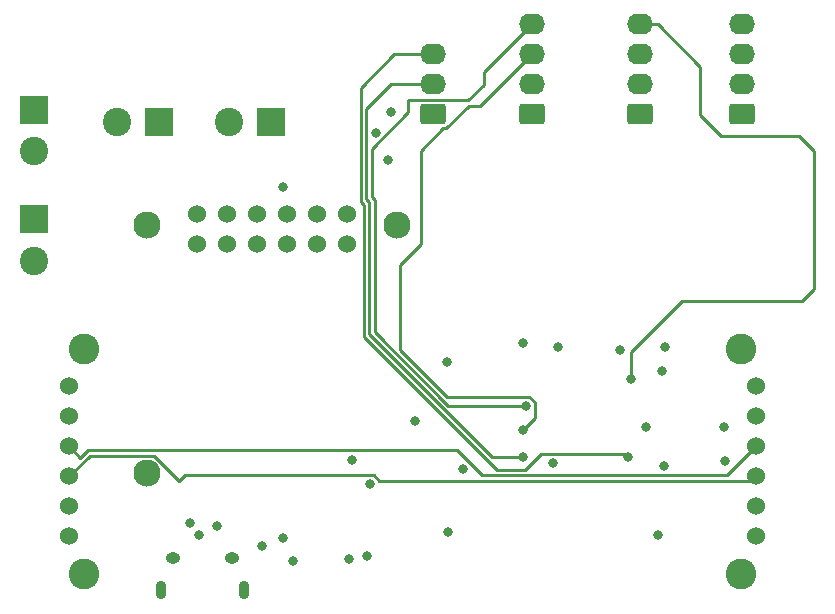
<source format=gbr>
%TF.GenerationSoftware,KiCad,Pcbnew,(6.0.0-0)*%
%TF.CreationDate,2022-12-05T13:27:29-05:00*%
%TF.ProjectId,Body_Servos,426f6479-5f53-4657-9276-6f732e6b6963,rev?*%
%TF.SameCoordinates,Original*%
%TF.FileFunction,Copper,L3,Inr*%
%TF.FilePolarity,Positive*%
%FSLAX46Y46*%
G04 Gerber Fmt 4.6, Leading zero omitted, Abs format (unit mm)*
G04 Created by KiCad (PCBNEW (6.0.0-0)) date 2022-12-05 13:27:29*
%MOMM*%
%LPD*%
G01*
G04 APERTURE LIST*
G04 Aperture macros list*
%AMRoundRect*
0 Rectangle with rounded corners*
0 $1 Rounding radius*
0 $2 $3 $4 $5 $6 $7 $8 $9 X,Y pos of 4 corners*
0 Add a 4 corners polygon primitive as box body*
4,1,4,$2,$3,$4,$5,$6,$7,$8,$9,$2,$3,0*
0 Add four circle primitives for the rounded corners*
1,1,$1+$1,$2,$3*
1,1,$1+$1,$4,$5*
1,1,$1+$1,$6,$7*
1,1,$1+$1,$8,$9*
0 Add four rect primitives between the rounded corners*
20,1,$1+$1,$2,$3,$4,$5,0*
20,1,$1+$1,$4,$5,$6,$7,0*
20,1,$1+$1,$6,$7,$8,$9,0*
20,1,$1+$1,$8,$9,$2,$3,0*%
G04 Aperture macros list end*
%TA.AperFunction,ComponentPad*%
%ADD10R,2.400000X2.400000*%
%TD*%
%TA.AperFunction,ComponentPad*%
%ADD11C,2.400000*%
%TD*%
%TA.AperFunction,ComponentPad*%
%ADD12RoundRect,0.250000X0.845000X-0.620000X0.845000X0.620000X-0.845000X0.620000X-0.845000X-0.620000X0*%
%TD*%
%TA.AperFunction,ComponentPad*%
%ADD13O,2.190000X1.740000*%
%TD*%
%TA.AperFunction,ComponentPad*%
%ADD14O,0.890000X1.550000*%
%TD*%
%TA.AperFunction,ComponentPad*%
%ADD15O,1.250000X0.950000*%
%TD*%
%TA.AperFunction,ComponentPad*%
%ADD16C,1.524000*%
%TD*%
%TA.AperFunction,ComponentPad*%
%ADD17C,2.600000*%
%TD*%
%TA.AperFunction,ComponentPad*%
%ADD18C,2.300000*%
%TD*%
%TA.AperFunction,ViaPad*%
%ADD19C,0.800000*%
%TD*%
%TA.AperFunction,Conductor*%
%ADD20C,0.250000*%
%TD*%
%TA.AperFunction,Conductor*%
%ADD21C,0.254000*%
%TD*%
G04 APERTURE END LIST*
D10*
%TO.N,GND*%
%TO.C,J5*%
X66273333Y-93390000D03*
D11*
%TO.N,+12V*%
X66273333Y-96890000D03*
%TD*%
D12*
%TO.N,GND*%
%TO.C,J3*%
X108404000Y-93766000D03*
D13*
%TO.N,+5V*%
X108404000Y-91226000D03*
%TO.N,AUX1-1*%
X108404000Y-88686000D03*
%TO.N,AUX1-2*%
X108404000Y-86146000D03*
%TD*%
D14*
%TO.N,unconnected-(J1-Pad6)*%
%TO.C,J1*%
X77020000Y-134060000D03*
X84020000Y-134060000D03*
D15*
X78020000Y-131360000D03*
X83020000Y-131360000D03*
%TD*%
D10*
%TO.N,GND*%
%TO.C,J8*%
X86298000Y-94410000D03*
D11*
%TO.N,+5V*%
X82798000Y-94410000D03*
%TD*%
D12*
%TO.N,GND*%
%TO.C,J2*%
X126208000Y-93766000D03*
D13*
%TO.N,+5V*%
X126208000Y-91226000D03*
%TO.N,AUX3-1*%
X126208000Y-88686000D03*
%TO.N,AUX3-2*%
X126208000Y-86146000D03*
%TD*%
D16*
%TO.N,GND*%
%TO.C,U7*%
X69247000Y-116800000D03*
%TO.N,unconnected-(U7-Pad2)*%
X69247000Y-119340000D03*
%TO.N,SCL*%
X69247000Y-121880000D03*
%TO.N,SDA*%
X69247000Y-124420000D03*
%TO.N,+3.3V*%
X69247000Y-126960000D03*
%TO.N,+5V*%
X69247000Y-129500000D03*
%TO.N,GND*%
X127413000Y-116800000D03*
%TO.N,unconnected-(U7-Pad8)*%
X127413000Y-119340000D03*
%TO.N,SCL*%
X127413000Y-121880000D03*
%TO.N,SDA*%
X127413000Y-124420000D03*
%TO.N,+3.3V*%
X127413000Y-126960000D03*
%TO.N,+5V*%
X127413000Y-129500000D03*
D17*
%TO.N,N/C*%
X70517000Y-113625000D03*
X126143000Y-113625000D03*
X126143000Y-132675000D03*
X70517000Y-132675000D03*
%TD*%
D16*
%TO.N,+5V*%
%TO.C,U6*%
X92765000Y-102235000D03*
%TO.N,GND*%
X90225000Y-102235000D03*
X87685000Y-102235000D03*
%TO.N,+12V*%
X85145000Y-102235000D03*
%TO.N,unconnected-(U6-Pad5)*%
X82605000Y-102235000D03*
%TO.N,unconnected-(U6-Pad6)*%
X80065000Y-102235000D03*
%TO.N,unconnected-(U6-Pad7)*%
X80065000Y-104775000D03*
%TO.N,unconnected-(U6-Pad8)*%
X82605000Y-104775000D03*
%TO.N,+12V*%
X85145000Y-104775000D03*
%TO.N,GND*%
X87685000Y-104775000D03*
X90225000Y-104775000D03*
%TO.N,+5V*%
X92765000Y-104775000D03*
D18*
%TO.N,N/C*%
X97015000Y-103165000D03*
X75815000Y-103165000D03*
X75815000Y-124165000D03*
%TD*%
D10*
%TO.N,GND*%
%TO.C,J6*%
X66273333Y-102650000D03*
D11*
%TO.N,+12V*%
X66273333Y-106150000D03*
%TD*%
D12*
%TO.N,GND*%
%TO.C,J4*%
X117554000Y-93766000D03*
D13*
%TO.N,+5V*%
X117554000Y-91226000D03*
%TO.N,AUX2-1*%
X117554000Y-88686000D03*
%TO.N,AUX2-2*%
X117554000Y-86146000D03*
%TD*%
D12*
%TO.N,GND*%
%TO.C,J12*%
X100028000Y-93766000D03*
D13*
%TO.N,RX_FU*%
X100028000Y-91226000D03*
%TO.N,TX_FU*%
X100028000Y-88686000D03*
%TD*%
D10*
%TO.N,GND*%
%TO.C,J7*%
X76834666Y-94410000D03*
D11*
%TO.N,+5V*%
X73334666Y-94410000D03*
%TD*%
D19*
%TO.N,RX_FU*%
X107666000Y-122746000D03*
%TO.N,GND*%
X98522000Y-119698000D03*
X85560000Y-130350000D03*
X115878500Y-113686500D03*
X101200000Y-114734000D03*
X96236000Y-97600000D03*
X110206000Y-123254000D03*
X110633500Y-113428500D03*
%TO.N,+3.3V*%
X87346000Y-99886000D03*
X93188000Y-123000000D03*
%TO.N,VBUS*%
X79472000Y-128334000D03*
X94712000Y-125032000D03*
%TO.N,D-*%
X94458000Y-131128000D03*
X80234000Y-129350000D03*
%TO.N,D+*%
X92934000Y-131382000D03*
X81758000Y-128588000D03*
%TO.N,+5V*%
X119096000Y-129350000D03*
X102586000Y-123762000D03*
X101316000Y-129096000D03*
%TO.N,ST_LED_D*%
X96490000Y-93536000D03*
X119604000Y-123508000D03*
%TO.N,TX_FU*%
X116556000Y-122746000D03*
%TO.N,TXD0*%
X119731000Y-113475000D03*
X87346000Y-129604000D03*
%TO.N,RXD0*%
X119477000Y-115507000D03*
X88174443Y-131569557D03*
%TO.N,RESET*%
X107666000Y-113094000D03*
X95220000Y-95314000D03*
%TO.N,AUX3-1*%
X124811000Y-123127000D03*
%TO.N,AUX3-2*%
X124684000Y-120206000D03*
%TO.N,AUX1-1*%
X107666000Y-120460000D03*
%TO.N,AUX1-2*%
X107920000Y-118428000D03*
%TO.N,AUX2-1*%
X118080000Y-120206000D03*
%TO.N,AUX2-2*%
X116810000Y-116142000D03*
%TD*%
D20*
%TO.N,RX_FU*%
X94655520Y-101222975D02*
X94655520Y-112398974D01*
X105002546Y-122746000D02*
X107666000Y-122746000D01*
X100028000Y-91226000D02*
X96514000Y-91226000D01*
X94401520Y-100968974D02*
X94655520Y-101222975D01*
X94655520Y-112398974D02*
X105002546Y-122746000D01*
X96514000Y-91226000D02*
X94401520Y-93338480D01*
X94401520Y-93338480D02*
X94401520Y-100968974D01*
D21*
%TO.N,SCL*%
X70196313Y-122829313D02*
X70810667Y-122214959D01*
X70810667Y-122214959D02*
X102066402Y-122214959D01*
X102066402Y-122214959D02*
X104175923Y-124324480D01*
X124968520Y-124324480D02*
X127413000Y-121880000D01*
X69247000Y-121880000D02*
X70196313Y-122829313D01*
X104175923Y-124324480D02*
X124968520Y-124324480D01*
%TO.N,SDA*%
X127055000Y-124778000D02*
X127413000Y-124420000D01*
X76434880Y-122668479D02*
X78544401Y-124778000D01*
X95485443Y-124778000D02*
X127055000Y-124778000D01*
X79016912Y-124305489D02*
X95012932Y-124305489D01*
X70998521Y-122668479D02*
X76434880Y-122668479D01*
X95012932Y-124305489D02*
X95485443Y-124778000D01*
X69247000Y-124420000D02*
X70998521Y-122668479D01*
X78544401Y-124778000D02*
X79016912Y-124305489D01*
%TO.N,TX_FU*%
X93950000Y-91504000D02*
X96768000Y-88686000D01*
X116556000Y-122746000D02*
X116337489Y-122527489D01*
X94204000Y-112586000D02*
X94204000Y-101409999D01*
X116337489Y-122527489D02*
X109154511Y-122527489D01*
X107811040Y-123870960D02*
X105488960Y-123870960D01*
X109154511Y-122527489D02*
X107811040Y-123870960D01*
X96768000Y-88686000D02*
X100028000Y-88686000D01*
X105488960Y-123870960D02*
X94204000Y-112586000D01*
X93950000Y-101155999D02*
X93950000Y-91504000D01*
X94204000Y-101409999D02*
X93950000Y-101155999D01*
%TO.N,AUX1-1*%
X99030000Y-96838000D02*
X100905480Y-94962520D01*
X107666000Y-120460000D02*
X108646511Y-119479489D01*
X103099000Y-93023000D02*
X104067000Y-93023000D01*
X108646511Y-118127068D02*
X108185443Y-117666000D01*
X104067000Y-93023000D02*
X108404000Y-88686000D01*
X100905480Y-94962520D02*
X101159480Y-94962520D01*
X99030000Y-104712000D02*
X99030000Y-96838000D01*
X101196810Y-117666000D02*
X97252000Y-113721190D01*
X108185443Y-117666000D02*
X101196810Y-117666000D01*
X97252000Y-113721190D02*
X97252000Y-106490000D01*
X97252000Y-106490000D02*
X99030000Y-104712000D01*
X108646511Y-119479489D02*
X108646511Y-118127068D01*
X101159480Y-94962520D02*
X103099000Y-93023000D01*
D20*
%TO.N,AUX1-2*%
X95105040Y-112212776D02*
X101320264Y-118428000D01*
X95105040Y-101036778D02*
X95105040Y-112212776D01*
X103042520Y-92571480D02*
X97962520Y-92571480D01*
X104364000Y-91250000D02*
X103042520Y-92571480D01*
X108404000Y-86146000D02*
X104364000Y-90186000D01*
X97962520Y-92571480D02*
X97962520Y-93596094D01*
X94851040Y-96707574D02*
X94851040Y-100782778D01*
X97962520Y-93596094D02*
X94851040Y-96707574D01*
X104364000Y-90186000D02*
X104364000Y-91250000D01*
X101320264Y-118428000D02*
X107920000Y-118428000D01*
X94851040Y-100782778D02*
X95105040Y-101036778D01*
%TO.N,AUX2-2*%
X122652000Y-89726000D02*
X119072000Y-86146000D01*
X122652000Y-93790000D02*
X122652000Y-89726000D01*
X119072000Y-86146000D02*
X117554000Y-86146000D01*
X132304000Y-108522000D02*
X132304000Y-96838000D01*
X124430000Y-95568000D02*
X122652000Y-93790000D01*
X116810000Y-116142000D02*
X116810000Y-113856000D01*
X116810000Y-113856000D02*
X121128000Y-109538000D01*
X121128000Y-109538000D02*
X131288000Y-109538000D01*
X132304000Y-96838000D02*
X131034000Y-95568000D01*
X131288000Y-109538000D02*
X132304000Y-108522000D01*
X131034000Y-95568000D02*
X124430000Y-95568000D01*
%TD*%
M02*

</source>
